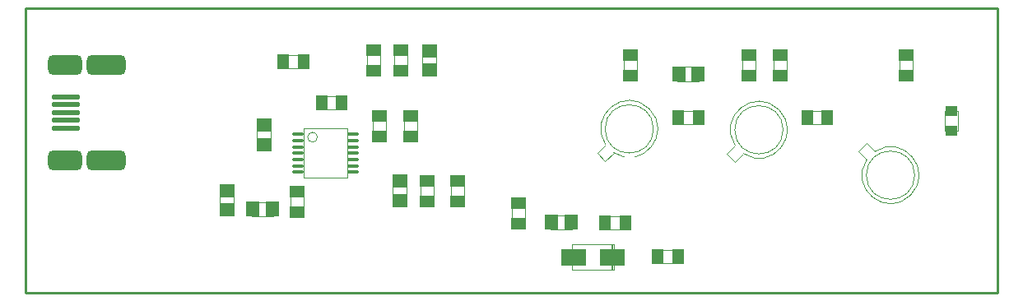
<source format=gtp>
G04 Layer_Color=8421504*
%FSLAX43Y43*%
%MOMM*%
G71*
G01*
G75*
%ADD10R,1.250X1.500*%
%ADD11R,1.500X1.250*%
%ADD12R,1.200X1.100*%
%ADD13R,2.500X1.700*%
%ADD14R,1.350X1.550*%
%ADD15R,1.550X1.350*%
%ADD16O,1.250X0.350*%
G04:AMPARAMS|DCode=17|XSize=2.8mm|YSize=0.5mm|CornerRadius=0.125mm|HoleSize=0mm|Usage=FLASHONLY|Rotation=0.000|XOffset=0mm|YOffset=0mm|HoleType=Round|Shape=RoundedRectangle|*
%AMROUNDEDRECTD17*
21,1,2.800,0.250,0,0,0.0*
21,1,2.550,0.500,0,0,0.0*
1,1,0.250,1.275,-0.125*
1,1,0.250,-1.275,-0.125*
1,1,0.250,-1.275,0.125*
1,1,0.250,1.275,0.125*
%
%ADD17ROUNDEDRECTD17*%
G04:AMPARAMS|DCode=18|XSize=3.5mm|YSize=2.05mm|CornerRadius=0.512mm|HoleSize=0mm|Usage=FLASHONLY|Rotation=0.000|XOffset=0mm|YOffset=0mm|HoleType=Round|Shape=RoundedRectangle|*
%AMROUNDEDRECTD18*
21,1,3.500,1.025,0,0,0.0*
21,1,2.475,2.050,0,0,0.0*
1,1,1.025,1.238,-0.512*
1,1,1.025,-1.238,-0.512*
1,1,1.025,-1.238,0.512*
1,1,1.025,1.238,0.512*
%
%ADD18ROUNDEDRECTD18*%
G04:AMPARAMS|DCode=19|XSize=4mm|YSize=2.05mm|CornerRadius=0.512mm|HoleSize=0mm|Usage=FLASHONLY|Rotation=0.000|XOffset=0mm|YOffset=0mm|HoleType=Round|Shape=RoundedRectangle|*
%AMROUNDEDRECTD19*
21,1,4.000,1.025,0,0,0.0*
21,1,2.975,2.050,0,0,0.0*
1,1,1.025,1.488,-0.512*
1,1,1.025,-1.488,-0.512*
1,1,1.025,-1.488,0.512*
1,1,1.025,1.488,0.512*
%
%ADD19ROUNDEDRECTD19*%
G04:AMPARAMS|DCode=20|XSize=3.5mm|YSize=2.05mm|CornerRadius=0.512mm|HoleSize=0mm|Usage=FLASHONLY|Rotation=0.000|XOffset=0mm|YOffset=0mm|HoleType=Round|Shape=RoundedRectangle|*
%AMROUNDEDRECTD20*
21,1,3.500,1.025,0,0,0.0*
21,1,2.475,2.050,0,0,0.0*
1,1,1.025,1.238,-0.512*
1,1,1.025,-1.238,-0.512*
1,1,1.025,-1.238,0.512*
1,1,1.025,1.238,0.512*
%
%ADD20ROUNDEDRECTD20*%
%ADD24C,0.254*%
%ADD25C,0.100*%
%ADD26R,0.232X2.616*%
D10*
X69233Y18034D02*
D03*
X67133D02*
D03*
X32537Y19533D02*
D03*
X30437D02*
D03*
X28625Y23749D02*
D03*
X26525D02*
D03*
X61714Y7189D02*
D03*
X59614D02*
D03*
X67124Y3683D02*
D03*
X65024D02*
D03*
X82482Y18009D02*
D03*
X80382D02*
D03*
D11*
X74422Y22352D02*
D03*
Y24452D02*
D03*
X77597Y22352D02*
D03*
Y24452D02*
D03*
X38608Y22860D02*
D03*
Y24960D02*
D03*
X62230Y22352D02*
D03*
Y24452D02*
D03*
X90551Y22352D02*
D03*
Y24452D02*
D03*
X27940Y10414D02*
D03*
Y8314D02*
D03*
X36373Y18153D02*
D03*
Y16053D02*
D03*
X35814Y24960D02*
D03*
Y22860D02*
D03*
X39624Y18153D02*
D03*
Y16053D02*
D03*
X50704Y9189D02*
D03*
Y7089D02*
D03*
X41274Y11505D02*
D03*
Y9405D02*
D03*
X44449Y11505D02*
D03*
Y9405D02*
D03*
D12*
X95250Y16625D02*
D03*
Y18725D02*
D03*
D13*
X56369Y3632D02*
D03*
X60369D02*
D03*
D14*
X56110Y7239D02*
D03*
X54110D02*
D03*
X67183Y22502D02*
D03*
X69183D02*
D03*
X23400Y8609D02*
D03*
X25400D02*
D03*
D15*
X24511Y17256D02*
D03*
Y15256D02*
D03*
X20701Y10509D02*
D03*
Y8509D02*
D03*
X41529Y22910D02*
D03*
Y24910D02*
D03*
X38480Y9455D02*
D03*
Y11455D02*
D03*
D16*
X33686Y12401D02*
D03*
Y13051D02*
D03*
Y13701D02*
D03*
Y14351D02*
D03*
Y15001D02*
D03*
Y15651D02*
D03*
Y16301D02*
D03*
X28036Y12401D02*
D03*
Y13051D02*
D03*
Y13701D02*
D03*
Y14351D02*
D03*
Y15001D02*
D03*
Y15651D02*
D03*
Y16301D02*
D03*
D17*
X4101Y18532D02*
D03*
Y20132D02*
D03*
Y19332D02*
D03*
Y16932D02*
D03*
Y17732D02*
D03*
D18*
X4076Y23457D02*
D03*
D19*
X8326D02*
D03*
Y13607D02*
D03*
D20*
X4076D02*
D03*
D24*
X508Y0D02*
X100000D01*
Y29238D01*
X0D02*
X100000D01*
X0Y0D02*
Y29238D01*
Y0D02*
X508D01*
D25*
X86541Y13702D02*
G03*
X87369Y14528I2435J-1611D01*
G01*
X91461Y12090D02*
G03*
X91461Y12090I-2485J0D01*
G01*
X60492Y14417D02*
G03*
X59665Y15245I1611J2435D01*
G01*
X64588Y16852D02*
G03*
X64588Y16852I-2485J0D01*
G01*
X73827Y14329D02*
G03*
X73000Y15157I1611J2435D01*
G01*
X77923Y16764D02*
G03*
X77923Y16764I-2485J0D01*
G01*
X30011Y16001D02*
G03*
X30011Y16001I-500J0D01*
G01*
X86513Y15384D02*
X87369Y14528D01*
X85686Y14557D02*
X86513Y15384D01*
X85686Y14557D02*
X86542Y13701D01*
X67083Y17359D02*
X69283D01*
X67083Y18709D02*
X69283D01*
Y17359D02*
Y18709D01*
X67083Y17359D02*
Y18709D01*
X58810Y14389D02*
X59665Y15245D01*
X58810Y14389D02*
X59637Y13562D01*
X60492Y14417D01*
X72145Y14301D02*
X73000Y15157D01*
X72145Y14301D02*
X72972Y13474D01*
X73827Y14329D01*
X73747Y22302D02*
Y24502D01*
X75097Y22302D02*
Y24502D01*
X73747Y22302D02*
X75097D01*
X73747Y24502D02*
X75097D01*
X76922Y22302D02*
Y24502D01*
X78272Y22302D02*
Y24502D01*
X76922Y22302D02*
X78272D01*
X76922Y24502D02*
X78272D01*
X94575Y16625D02*
X95925D01*
X94575Y18725D02*
X95925D01*
X94575Y16625D02*
Y18725D01*
X95925Y16625D02*
Y18725D01*
X56219Y4935D02*
X60519D01*
X56219Y2330D02*
Y4935D01*
X60519Y2330D02*
Y4935D01*
X56219Y2330D02*
X60519D01*
X30387Y18858D02*
X32587D01*
X30387Y20208D02*
X32587D01*
Y18858D02*
Y20208D01*
X30387Y18858D02*
Y20208D01*
X37933Y22810D02*
Y25010D01*
X39283Y22810D02*
Y25010D01*
X37933Y22810D02*
X39283D01*
X37933Y25010D02*
X39283D01*
X26475Y23074D02*
X28675D01*
X26475Y24424D02*
X28675D01*
Y23074D02*
Y24424D01*
X26475Y23074D02*
Y24424D01*
X59564Y6514D02*
X61764D01*
X59564Y7864D02*
X61764D01*
Y6514D02*
Y7864D01*
X59564Y6514D02*
Y7864D01*
X64974Y3008D02*
X67174D01*
X64974Y4358D02*
X67174D01*
Y3008D02*
Y4358D01*
X64974Y3008D02*
Y4358D01*
X54010Y6514D02*
X56210D01*
X54010Y7964D02*
X56210D01*
Y6514D02*
Y7964D01*
X54010Y6514D02*
Y7964D01*
X67083Y23227D02*
X69283D01*
X67083Y21777D02*
X69283D01*
X67083D02*
Y23227D01*
X69283Y21777D02*
Y23227D01*
X80332Y17334D02*
X82532D01*
X80332Y18684D02*
X82532D01*
Y17334D02*
Y18684D01*
X80332Y17334D02*
Y18684D01*
X61555Y22302D02*
Y24502D01*
X62905Y22302D02*
Y24502D01*
X61555Y22302D02*
X62905D01*
X61555Y24502D02*
X62905D01*
X89876Y22302D02*
Y24502D01*
X91226Y22302D02*
Y24502D01*
X89876Y22302D02*
X91226D01*
X89876Y24502D02*
X91226D01*
X25236Y15156D02*
Y17356D01*
X23786Y15156D02*
Y17356D01*
X25236D01*
X23786Y15156D02*
X25236D01*
X28611Y11801D02*
X33111D01*
X28611Y16901D02*
X33111D01*
Y11801D02*
Y16901D01*
X28611Y11801D02*
Y16901D01*
X21426Y8409D02*
Y10609D01*
X19976Y8409D02*
Y10609D01*
X21426D01*
X19976Y8409D02*
X21426D01*
X23300Y9334D02*
X25500D01*
X23300Y7884D02*
X25500D01*
X23300D02*
Y9334D01*
X25500Y7884D02*
Y9334D01*
X28615Y8264D02*
Y10464D01*
X27265Y8264D02*
Y10464D01*
X28615D01*
X27265Y8264D02*
X28615D01*
X40804Y22810D02*
Y25010D01*
X42254Y22810D02*
Y25010D01*
X40804Y22810D02*
X42254D01*
X40804Y25010D02*
X42254D01*
X37048Y16003D02*
Y18203D01*
X35698Y16003D02*
Y18203D01*
X37048D01*
X35698Y16003D02*
X37048D01*
X36489Y22810D02*
Y25010D01*
X35139Y22810D02*
Y25010D01*
X36489D01*
X35139Y22810D02*
X36489D01*
X40299Y16003D02*
Y18203D01*
X38949Y16003D02*
Y18203D01*
X40299D01*
X38949Y16003D02*
X40299D01*
X51379Y7039D02*
Y9239D01*
X50029Y7039D02*
Y9239D01*
X51379D01*
X50029Y7039D02*
X51379D01*
X37755Y9355D02*
Y11555D01*
X39205Y9355D02*
Y11555D01*
X37755Y9355D02*
X39205D01*
X37755Y11555D02*
X39205D01*
X41949Y9355D02*
Y11555D01*
X40599Y9355D02*
Y11555D01*
X41949D01*
X40599Y9355D02*
X41949D01*
X45124D02*
Y11555D01*
X43774Y9355D02*
Y11555D01*
X45124D01*
X43774Y9355D02*
X45124D01*
D26*
X60372Y3620D02*
D03*
M02*

</source>
